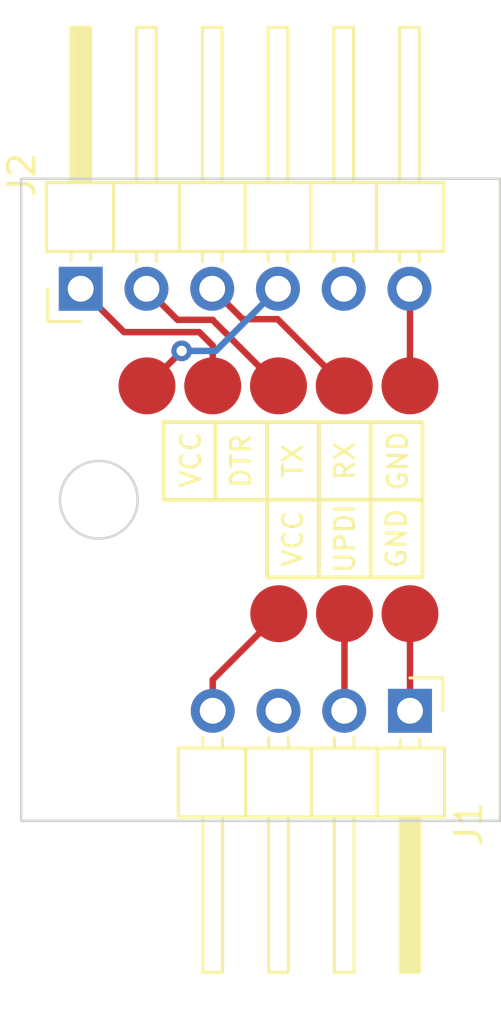
<source format=kicad_pcb>
(kicad_pcb (version 20211014) (generator pcbnew)
  (layers (0 "F.Cu" signal) (31 "B.Cu" signal) (34 "B.Paste" user) (35 "F.Paste" user) (36 "B.SilkS" user "B.Silkscreen") (37 "F.SilkS" user "F.Silkscreen") (38 "B.Mask" user) (39 "F.Mask" user) (44 "Edge.Cuts" user))
  (net 0 "")
  (net 1 "Net-(J1-Pad1)")
  (net 2 "Net-(J1-Pad4)")
  (net 3 "Net-(J2-Pad1)")
  (net 4 "Net-(J1-Pad2)")
  (net 6 "Net-(J2-Pad6)")
  (net 8 "Net-(TP7-Pad1)")
  (net 9 "Net-(TP6-Pad1)")
  (net 10 "Net-(TP5-Pad1)")
  (footprint "unsurv_offline_pcb_footprints:PogoPin_2_2mm_circular" (layer "F.Cu") (at 149.36 91.2)
    (fp_text reference "TP7" hide)
    (fp_text value "VCC")
    (pad "1" smd circle locked (at 0 0) (size 2.2 2.2) (layers "F.Cu" "F.Paste" "F.Mask") (net 8 "Net-(TP7-Pad1)"))
  )
  (footprint "unsurv_offline_pcb_footprints:PogoPin_2_2mm_circular" (layer "F.Cu") (at 154.44 91.2)
    (fp_text reference "TP5" hide)
    (fp_text value "TX")
    (pad "1" smd circle locked (at 0 0) (size 2.2 2.2) (layers "F.Cu" "F.Paste" "F.Mask") (net 10 "Net-(TP5-Pad1)"))
  )
  (footprint "unsurv_offline_pcb_footprints:PogoPin_2_2mm_circular" (layer "F.Cu") (at 151.9 91.2)
    (fp_text reference "TP4" hide)
    (fp_text value "DTR")
    (pad "1" smd circle locked (at 0 0) (size 2.2 2.2) (layers "F.Cu" "F.Paste" "F.Mask") (net 3 "Net-(J2-Pad1)"))
  )
  (footprint "Connector_PinHeader_2.54mm:PinHeader_1x06_P2.54mm_Horizontal" (layer "F.Cu") (at 146.8 87.45 90)
    (fp_text reference "J2" (at 4.385 -2.27 90) (layer "F.SilkS"))
    (fp_text value "Conn_01x06_Male")
    (fp_line (start 10.1 5.46) (end 4.1 5.46) (layer "F.SilkS") (width 0.12))
    (fp_line (start 10.1 9.78) (end 10.1 10.54) (layer "F.SilkS") (width 0.12))
    (fp_line (start 1.042929 13.08) (end 1.44 13.08) (layer "F.SilkS") (width 0.12))
    (fp_line (start 1.44 3.81) (end 4.1 3.81) (layer "F.SilkS") (width 0.12))
    (fp_line (start 1.44 14.03) (end 4.1 14.03) (layer "F.SilkS") (width 0.12))
    (fp_line (start 10.1 -0.38) (end 10.1 0.38) (layer "F.SilkS") (width 0.12))
    (fp_line (start 1.44 8.89) (end 4.1 8.89) (layer "F.SilkS") (width 0.12))
    (fp_line (start 4.1 0.04) (end 10.1 0.04) (layer "F.SilkS") (width 0.12))
    (fp_line (start 4.1 9.78) (end 10.1 9.78) (layer "F.SilkS") (width 0.12))
    (fp_line (start 1.11 -0.38) (end 1.44 -0.38) (layer "F.SilkS") (width 0.12))
    (fp_line (start -1.27 0) (end -1.27 -1.27) (layer "F.SilkS") (width 0.12))
    (fp_line (start 10.1 4.7) (end 10.1 5.46) (layer "F.SilkS") (width 0.12))
    (fp_line (start 1.042929 10.54) (end 1.44 10.54) (layer "F.SilkS") (width 0.12))
    (fp_line (start 10.1 12.32) (end 10.1 13.08) (layer "F.SilkS") (width 0.12))
    (fp_line (start 1.042929 9.78) (end 1.44 9.78) (layer "F.SilkS") (width 0.12))
    (fp_line (start 1.042929 4.7) (end 1.44 4.7) (layer "F.SilkS") (width 0.12))
    (fp_line (start 10.1 7.24) (end 10.1 8) (layer "F.SilkS") (width 0.12))
    (fp_line (start 4.1 -0.32) (end 10.1 -0.32) (layer "F.SilkS") (width 0.12))
    (fp_line (start 1.042929 7.24) (end 1.44 7.24) (layer "F.SilkS") (width 0.12))
    (fp_line (start 4.1 7.24) (end 10.1 7.24) (layer "F.SilkS") (width 0.12))
    (fp_line (start 1.44 -1.33) (end 1.44 14.03) (layer "F.SilkS") (width 0.12))
    (fp_line (start 1.44 11.43) (end 4.1 11.43) (layer "F.SilkS") (width 0.12))
    (fp_line (start 4.1 0.16) (end 10.1 0.16) (layer "F.SilkS") (width 0.12))
    (fp_line (start 10.1 2.16) (end 10.1 2.92) (layer "F.SilkS") (width 0.12))
    (fp_line (start 1.44 1.27) (end 4.1 1.27) (layer "F.SilkS") (width 0.12))
    (fp_line (start 10.1 13.08) (end 4.1 13.08) (layer "F.SilkS") (width 0.12))
    (fp_line (start 1.042929 2.92) (end 1.44 2.92) (layer "F.SilkS") (width 0.12))
    (fp_line (start 1.042929 2.16) (end 1.44 2.16) (layer "F.SilkS") (width 0.12))
    (fp_line (start 4.1 12.32) (end 10.1 12.32) (layer "F.SilkS") (width 0.12))
    (fp_line (start 10.1 8) (end 4.1 8) (layer "F.SilkS") (width 0.12))
    (fp_line (start 10.1 2.92) (end 4.1 2.92) (layer "F.SilkS") (width 0.12))
    (fp_line (start 1.042929 8) (end 1.44 8) (layer "F.SilkS") (width 0.12))
    (fp_line (start 4.1 -1.33) (end 1.44 -1.33) (layer "F.SilkS") (width 0.12))
    (fp_line (start 4.1 0.28) (end 10.1 0.28) (layer "F.SilkS") (width 0.12))
    (fp_line (start 1.042929 12.32) (end 1.44 12.32) (layer "F.SilkS") (width 0.12))
    (fp_line (start 4.1 -0.2) (end 10.1 -0.2) (layer "F.SilkS") (width 0.12))
    (fp_line (start 4.1 4.7) (end 10.1 4.7) (layer "F.SilkS") (width 0.12))
    (fp_line (start -1.27 -1.27) (end 0 -1.27) (layer "F.SilkS") (width 0.12))
    (fp_line (start 4.1 -0.38) (end 10.1 -0.38) (layer "F.SilkS") (width 0.12))
    (fp_line (start 1.44 6.35) (end 4.1 6.35) (layer "F.SilkS") (width 0.12))
    (fp_line (start 1.11 0.38) (end 1.44 0.38) (layer "F.SilkS") (width 0.12))
    (fp_line (start 4.1 2.16) (end 10.1 2.16) (layer "F.SilkS") (width 0.12))
    (fp_line (start 4.1 14.03) (end 4.1 -1.33) (layer "F.SilkS") (width 0.12))
    (fp_line (start 10.1 10.54) (end 4.1 10.54) (layer "F.SilkS") (width 0.12))
    (fp_line (start 10.1 0.38) (end 4.1 0.38) (layer "F.SilkS") (width 0.12))
    (fp_line (start 1.042929 5.46) (end 1.44 5.46) (layer "F.SilkS") (width 0.12))
    (fp_line (start 4.1 -0.08) (end 10.1 -0.08) (layer "F.SilkS") (width 0.12))
    (pad "1" thru_hole rect (at 0 0 90) (size 1.7 1.7) (drill 1) (layers *.Cu *.Mask) (net 3 "Net-(J2-Pad1)"))
    (pad "2" thru_hole oval (at 0 2.54 90) (size 1.7 1.7) (drill 1) (layers *.Cu *.Mask) (net 10 "Net-(TP5-Pad1)"))
    (pad "3" thru_hole oval (at 0 5.08 90) (size 1.7 1.7) (drill 1) (layers *.Cu *.Mask) (net 9 "Net-(TP6-Pad1)"))
    (pad "4" thru_hole oval (at 0 7.62 90) (size 1.7 1.7) (drill 1) (layers *.Cu *.Mask) (net 8 "Net-(TP7-Pad1)"))
    (pad "5" thru_hole oval (at 0 10.16 90) (size 1.7 1.7) (drill 1) (layers *.Cu *.Mask))
    (pad "6" thru_hole oval (at 0 12.7 90) (size 1.7 1.7) (drill 1) (layers *.Cu *.Mask) (net 6 "Net-(J2-Pad6)"))
  )
  (footprint "Connector_PinHeader_2.54mm:PinHeader_1x04_P2.54mm_Horizontal" (layer "F.Cu") (at 159.52 103.75 -90)
    (fp_text reference "J1" (at 4.385 -2.27 90) (layer "F.SilkS"))
    (fp_text value "Conn_01x04_Female")
    (fp_line (start 10.1 2.92) (end 4.1 2.92) (layer "F.SilkS") (width 0.12))
    (fp_line (start 4.1 4.7) (end 10.1 4.7) (layer "F.SilkS") (width 0.12))
    (fp_line (start 4.1 -1.33) (end 1.44 -1.33) (layer "F.SilkS") (width 0.12))
    (fp_line (start 1.042929 2.16) (end 1.44 2.16) (layer "F.SilkS") (width 0.12))
    (fp_line (start 1.11 0.38) (end 1.44 0.38) (layer "F.SilkS") (width 0.12))
    (fp_line (start 10.1 7.24) (end 10.1 8) (layer "F.SilkS") (width 0.12))
    (fp_line (start 1.44 6.35) (end 4.1 6.35) (layer "F.SilkS") (width 0.12))
    (fp_line (start 1.042929 8) (end 1.44 8) (layer "F.SilkS") (width 0.12))
    (fp_line (start 4.1 0.04) (end 10.1 0.04) (layer "F.SilkS") (width 0.12))
    (fp_line (start 10.1 -0.38) (end 10.1 0.38) (layer "F.SilkS") (width 0.12))
    (fp_line (start 4.1 0.16) (end 10.1 0.16) (layer "F.SilkS") (width 0.12))
    (fp_line (start 1.042929 7.24) (end 1.44 7.24) (layer "F.SilkS") (width 0.12))
    (fp_line (start -1.27 0) (end -1.27 -1.27) (layer "F.SilkS") (width 0.12))
    (fp_line (start 4.1 -0.32) (end 10.1 -0.32) (layer "F.SilkS") (width 0.12))
    (fp_line (start 4.1 -0.2) (end 10.1 -0.2) (layer "F.SilkS") (width 0.12))
    (fp_line (start 10.1 4.7) (end 10.1 5.46) (layer "F.SilkS") (width 0.12))
    (fp_line (start 1.44 8.95) (end 4.1 8.95) (layer "F.SilkS") (width 0.12))
    (fp_line (start 4.1 8.95) (end 4.1 -1.33) (layer "F.SilkS") (width 0.12))
    (fp_line (start 4.1 -0.38) (end 10.1 -0.38) (layer "F.SilkS") (width 0.12))
    (fp_line (start -1.27 -1.27) (end 0 -1.27) (layer "F.SilkS") (width 0.12))
    (fp_line (start 1.44 3.81) (end 4.1 3.81) (layer "F.SilkS") (width 0.12))
    (fp_line (start 1.11 -0.38) (end 1.44 -0.38) (layer "F.SilkS") (width 0.12))
    (fp_line (start 10.1 0.38) (end 4.1 0.38) (layer "F.SilkS") (width 0.12))
    (fp_line (start 4.1 -0.08) (end 10.1 -0.08) (layer "F.SilkS") (width 0.12))
    (fp_line (start 1.042929 2.92) (end 1.44 2.92) (layer "F.SilkS") (width 0.12))
    (fp_line (start 10.1 8) (end 4.1 8) (layer "F.SilkS") (width 0.12))
    (fp_line (start 4.1 0.28) (end 10.1 0.28) (layer "F.SilkS") (width 0.12))
    (fp_line (start 1.042929 5.46) (end 1.44 5.46) (layer "F.SilkS") (width 0.12))
    (fp_line (start 1.44 -1.33) (end 1.44 8.95) (layer "F.SilkS") (width 0.12))
    (fp_line (start 4.1 7.24) (end 10.1 7.24) (layer "F.SilkS") (width 0.12))
    (fp_line (start 1.44 1.27) (end 4.1 1.27) (layer "F.SilkS") (width 0.12))
    (fp_line (start 10.1 5.46) (end 4.1 5.46) (layer "F.SilkS") (width 0.12))
    (fp_line (start 1.042929 4.7) (end 1.44 4.7) (layer "F.SilkS") (width 0.12))
    (fp_line (start 10.1 2.16) (end 10.1 2.92) (layer "F.SilkS") (width 0.12))
    (fp_line (start 4.1 2.16) (end 10.1 2.16) (layer "F.SilkS") (width 0.12))
    (pad "1" thru_hole rect (at 0 0 270) (size 1.7 1.7) (drill 1) (layers *.Cu *.Mask) (net 1 "Net-(J1-Pad1)"))
    (pad "2" thru_hole oval (at 0 2.54 270) (size 1.7 1.7) (drill 1) (layers *.Cu *.Mask) (net 4 "Net-(J1-Pad2)"))
    (pad "3" thru_hole oval (at 0 5.08 270) (size 1.7 1.7) (drill 1) (layers *.Cu *.Mask))
    (pad "4" thru_hole oval (at 0 7.62 270) (size 1.7 1.7) (drill 1) (layers *.Cu *.Mask) (net 2 "Net-(J1-Pad4)"))
  )
  (footprint "unsurv_offline_pcb_footprints:PogoPin_2_2mm_circular" (layer "F.Cu") (at 154.45 100)
    (fp_text reference "TP3" hide)
    (fp_text value "VCC")
    (pad "1" smd circle locked (at 0 0) (size 2.2 2.2) (layers "F.Cu" "F.Paste" "F.Mask") (net 2 "Net-(J1-Pad4)"))
  )
  (footprint "unsurv_offline_pcb_footprints:PogoPin_2_2mm_circular" (layer "F.Cu") (at 156.99 100)
    (fp_text reference "TP2" hide)
    (fp_text value "UPDI")
    (pad "1" smd circle locked (at 0 0) (size 2.2 2.2) (layers "F.Cu" "F.Paste" "F.Mask") (net 4 "Net-(J1-Pad2)"))
  )
  (footprint "unsurv_offline_pcb_footprints:PogoPin_2_2mm_circular" (layer "F.Cu") (at 159.52 100)
    (fp_text reference "TP1" hide)
    (fp_text value "GND")
    (pad "1" smd circle locked (at 0 0) (size 2.2 2.2) (layers "F.Cu" "F.Paste" "F.Mask") (net 1 "Net-(J1-Pad1)"))
  )
  (footprint "unsurv_offline_pcb_footprints:PogoPin_2_2mm_circular" (layer "F.Cu") (at 159.52 91.2)
    (fp_text reference "TP8" hide)
    (fp_text value "GND")
    (pad "1" smd circle locked (at 0 0) (size 2.2 2.2) (layers "F.Cu" "F.Paste" "F.Mask") (net 6 "Net-(J2-Pad6)"))
  )
  (footprint "unsurv_offline_pcb_footprints:PogoPin_2_2mm_circular" (layer "F.Cu") (at 156.98 91.2)
    (fp_text reference "TP6" hide)
    (fp_text value "RX")
    (pad "1" smd circle locked (at 0 0) (size 2.2 2.2) (layers "F.Cu" "F.Paste" "F.Mask") (net 9 "Net-(TP6-Pad1)"))
  )
  (gr_line (start 152 95.6) (end 152 92.6) (layer "F.SilkS") (width 0.15))
  (gr_line (start 158 98.6) (end 158 95.6) (layer "F.SilkS") (width 0.15))
  (gr_line (start 158 95.6) (end 158 92.6) (layer "F.SilkS") (width 0.15))
  (gr_rect (start 154 98.6) (end 160 95.6) (layer "F.SilkS") (width 0.15) (fill none))
  (gr_line (start 156 98.6) (end 156 95.6) (layer "F.SilkS") (width 0.15))
  (gr_rect (start 160 95.6) (end 150 92.6) (layer "F.SilkS") (width 0.15) (fill none))
  (gr_line (start 156 95.6) (end 156 92.6) (layer "F.SilkS") (width 0.15))
  (gr_line (start 154 95.6) (end 154 92.6) (layer "F.SilkS") (width 0.15))
  (gr_rect (start 163 108) (end 144.5 83.2) (layer "Edge.Cuts") (width 0.1) (fill none))
  (gr_circle (center 147.5 95.6) (end 149 95.6) (layer "Edge.Cuts") (width 0.1) (fill none))
  (gr_text "GND" (at 159 97.1 90) (layer "F.SilkS") (effects (font (size 0.75 0.75) (thickness 0.12))))
  (gr_text "DTR" (at 153 94.1 90) (layer "F.SilkS") (effects (font (size 0.75 0.75) (thickness 0.12))))
  (gr_text "VCC" (at 151.05 94.05 90) (layer "F.SilkS") (effects (font (size 0.75 0.75) (thickness 0.12))))
  (gr_text "GND" (at 159.05 94.1 90) (layer "F.SilkS") (effects (font (size 0.75 0.75) (thickness 0.12))))
  (gr_text "UPDI" (at 157 97.1 90) (layer "F.SilkS") (effects (font (size 0.75 0.75) (thickness 0.12))))
  (gr_text "RX" (at 157 94.1 90) (layer "F.SilkS") (effects (font (size 0.75 0.75) (thickness 0.12))))
  (gr_text "VCC" (at 155 97.1 90) (layer "F.SilkS") (effects (font (size 0.75 0.75) (thickness 0.12))))
  (gr_text "TX" (at 155 94.1 90) (layer "F.SilkS") (effects (font (size 0.75 0.75) (thickness 0.12))))
  (segment (start 159.54 100.04) (end 159.52 100.06) (width 0.25) (layer "F.Cu") (net 1))
  (segment (start 159.52 100) (end 159.52 103.75) (width 0.25) (layer "F.Cu") (net 1))
  (segment (start 154.45 100) (end 151.9 102.55) (width 0.25) (layer "F.Cu") (net 2))
  (segment (start 151.9 102.55) (end 151.9 103.75) (width 0.25) (layer "F.Cu") (net 2))
  (segment (start 148.475 89.125) (end 151.380634 89.125) (width 0.25) (layer "F.Cu") (net 3))
  (segment (start 151.380634 89.125) (end 151.9 89.644366) (width 0.25) (layer "F.Cu") (net 3))
  (segment (start 146.8 87.45) (end 148.475 89.125) (width 0.25) (layer "F.Cu") (net 3))
  (segment (start 151.9 89.644366) (end 151.9 91.2) (width 0.25) (layer "F.Cu") (net 3))
  (segment (start 156.99 103.74) (end 156.98 103.75) (width 0.25) (layer "F.Cu") (net 4))
  (segment (start 157 100.05) (end 156.99 100.06) (width 0.25) (layer "F.Cu") (net 4))
  (segment (start 156.99 100) (end 156.99 103.74) (width 0.25) (layer "F.Cu") (net 4))
  (segment (start 159.52 87.47) (end 159.5 87.45) (width 0.25) (layer "F.Cu") (net 6))
  (segment (start 159.51 91.21) (end 159.52 91.2) (width 0.25) (layer "F.Cu") (net 6))
  (segment (start 159.52 91.2) (end 159.52 87.47) (width 0.25) (layer "F.Cu") (net 6))
  (segment (start 154.44 87.47) (end 154.42 87.45) (width 0.25) (layer "F.Cu") (net 8))
  (segment (start 150.7 89.86) (end 149.36 91.2) (width 0.25) (layer "F.Cu") (net 8))
  (segment (start 150.7 89.85) (end 150.7 89.86) (width 0.25) (layer "F.Cu") (net 8))
  (via (at 150.7 89.85) (size 0.8) (drill 0.4) (layers "F.Cu" "B.Cu") (net 8))
  (segment (start 152.02 89.85) (end 154.42 87.45) (width 0.25) (layer "B.Cu") (net 8))
  (segment (start 150.7 89.85) (end 152.02 89.85) (width 0.25) (layer "B.Cu") (net 8))
  (segment (start 151.88 87.45) (end 153.055 88.625) (width 0.25) (layer "F.Cu") (net 9))
  (segment (start 153.055 88.625) (end 154.405 88.625) (width 0.25) (layer "F.Cu") (net 9))
  (segment (start 154.405 88.625) (end 156.98 91.2) (width 0.25) (layer "F.Cu") (net 9))
  (segment (start 151.9 88.66) (end 154.44 91.2) (width 0.25) (layer "F.Cu") (net 10))
  (segment (start 149.34 87.45) (end 150.54 88.65) (width 0.25) (layer "F.Cu") (net 10))
  (segment (start 151.9 88.65) (end 151.9 88.66) (width 0.25) (layer "F.Cu") (net 10))
  (segment (start 150.54 88.65) (end 151.9 88.65) (width 0.25) (layer "F.Cu") (net 10))
)
</source>
